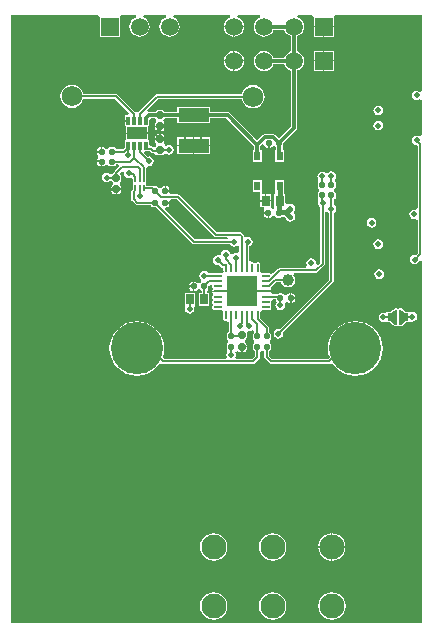
<source format=gtl>
G04*
G04 #@! TF.GenerationSoftware,Altium Limited,Altium Designer,20.0.9 (164)*
G04*
G04 Layer_Physical_Order=1*
G04 Layer_Color=255*
%FSLAX25Y25*%
%MOIN*%
G70*
G01*
G75*
%ADD12C,0.00787*%
%ADD13R,0.10433X0.04724*%
%ADD14R,0.02500X0.02500*%
G04:AMPARAMS|DCode=15|XSize=20.47mil|YSize=22.05mil|CornerRadius=5.12mil|HoleSize=0mil|Usage=FLASHONLY|Rotation=270.000|XOffset=0mil|YOffset=0mil|HoleType=Round|Shape=RoundedRectangle|*
%AMROUNDEDRECTD15*
21,1,0.02047,0.01181,0,0,270.0*
21,1,0.01024,0.02205,0,0,270.0*
1,1,0.01024,-0.00591,-0.00512*
1,1,0.01024,-0.00591,0.00512*
1,1,0.01024,0.00591,0.00512*
1,1,0.01024,0.00591,-0.00512*
%
%ADD15ROUNDEDRECTD15*%
%ADD16C,0.03937*%
G04:AMPARAMS|DCode=17|XSize=25.2mil|YSize=23.62mil|CornerRadius=5.91mil|HoleSize=0mil|Usage=FLASHONLY|Rotation=90.000|XOffset=0mil|YOffset=0mil|HoleType=Round|Shape=RoundedRectangle|*
%AMROUNDEDRECTD17*
21,1,0.02520,0.01181,0,0,90.0*
21,1,0.01339,0.02362,0,0,90.0*
1,1,0.01181,0.00591,0.00669*
1,1,0.01181,0.00591,-0.00669*
1,1,0.01181,-0.00591,-0.00669*
1,1,0.01181,-0.00591,0.00669*
%
%ADD17ROUNDEDRECTD17*%
G04:AMPARAMS|DCode=18|XSize=20.47mil|YSize=22.05mil|CornerRadius=5.12mil|HoleSize=0mil|Usage=FLASHONLY|Rotation=0.000|XOffset=0mil|YOffset=0mil|HoleType=Round|Shape=RoundedRectangle|*
%AMROUNDEDRECTD18*
21,1,0.02047,0.01181,0,0,0.0*
21,1,0.01024,0.02205,0,0,0.0*
1,1,0.01024,0.00512,-0.00591*
1,1,0.01024,-0.00512,-0.00591*
1,1,0.01024,-0.00512,0.00591*
1,1,0.01024,0.00512,0.00591*
%
%ADD18ROUNDEDRECTD18*%
%ADD19R,0.02835X0.03543*%
%ADD20R,0.00669X0.02362*%
%ADD21R,0.06693X0.03937*%
%ADD22R,0.01181X0.02756*%
%ADD23R,0.02165X0.03150*%
%ADD24O,0.02953X0.00787*%
%ADD25O,0.00787X0.02953*%
%ADD26R,0.09843X0.09843*%
%ADD27R,0.02756X0.03347*%
%ADD50C,0.01181*%
%ADD51C,0.01575*%
%ADD52C,0.06890*%
%ADD53C,0.05906*%
%ADD54R,0.05906X0.05906*%
%ADD55C,0.08268*%
%ADD56C,0.17421*%
%ADD57C,0.01968*%
%ADD58C,0.01772*%
%ADD59C,0.02598*%
G36*
X304724Y278915D02*
X304703Y278895D01*
X303937Y278566D01*
X303666Y278747D01*
X303051Y278869D01*
X302437Y278747D01*
X301916Y278399D01*
X301568Y277878D01*
X301446Y277264D01*
X301568Y276649D01*
X301916Y276128D01*
X302437Y275780D01*
X303051Y275658D01*
X303666Y275780D01*
X303937Y275962D01*
X304703Y275633D01*
X304724Y275613D01*
Y263954D01*
X304703Y263934D01*
X303937Y263605D01*
X303666Y263787D01*
X303051Y263909D01*
X302437Y263787D01*
X301916Y263439D01*
X301568Y262918D01*
X301446Y262303D01*
X301568Y261689D01*
X301916Y261168D01*
X302437Y260820D01*
X303051Y260698D01*
X303423Y260392D01*
Y239763D01*
X303274Y239603D01*
X302636Y239229D01*
X302264Y239302D01*
X301649Y239180D01*
X301128Y238832D01*
X300780Y238311D01*
X300658Y237697D01*
X300780Y237082D01*
X301128Y236561D01*
X301649Y236213D01*
X302264Y236091D01*
X302636Y236165D01*
X303274Y235790D01*
X303423Y235630D01*
Y224737D01*
X302784Y224098D01*
X302400Y224174D01*
X301785Y224052D01*
X301264Y223704D01*
X300916Y223183D01*
X300794Y222569D01*
X300916Y221954D01*
X301264Y221433D01*
X301785Y221085D01*
X302400Y220963D01*
X303014Y221085D01*
X303535Y221433D01*
X303883Y221954D01*
X303937Y222226D01*
X304724Y222148D01*
Y101476D01*
X167717D01*
Y304134D01*
X196885D01*
X197376Y303550D01*
X197376Y303346D01*
Y296844D01*
X204081D01*
Y303346D01*
X204081Y303550D01*
X204572Y304134D01*
X209414D01*
X209571Y303346D01*
X209037Y303126D01*
X208337Y302588D01*
X207800Y301888D01*
X207462Y301072D01*
X207347Y300197D01*
X207462Y299322D01*
X207800Y298506D01*
X208337Y297806D01*
X209037Y297268D01*
X209853Y296930D01*
X210728Y296815D01*
X211604Y296930D01*
X212419Y297268D01*
X213120Y297806D01*
X213657Y298506D01*
X213995Y299322D01*
X214110Y300197D01*
X213995Y301072D01*
X213657Y301888D01*
X213120Y302588D01*
X212419Y303126D01*
X211886Y303346D01*
X212042Y304134D01*
X219414D01*
X219571Y303346D01*
X219038Y303126D01*
X218337Y302588D01*
X217800Y301888D01*
X217462Y301072D01*
X217347Y300197D01*
X217462Y299322D01*
X217800Y298506D01*
X218337Y297806D01*
X219038Y297268D01*
X219853Y296930D01*
X220728Y296815D01*
X221604Y296930D01*
X222419Y297268D01*
X223119Y297806D01*
X223657Y298506D01*
X223995Y299322D01*
X224110Y300197D01*
X223995Y301072D01*
X223657Y301888D01*
X223119Y302588D01*
X222419Y303126D01*
X221886Y303346D01*
X222042Y304134D01*
X240812D01*
X240969Y303346D01*
X240435Y303126D01*
X239735Y302588D01*
X239197Y301888D01*
X238860Y301072D01*
X238771Y300397D01*
X242126D01*
X245481D01*
X245392Y301072D01*
X245055Y301888D01*
X244517Y302588D01*
X243817Y303126D01*
X243283Y303346D01*
X243440Y304134D01*
X250812D01*
X250969Y303346D01*
X250435Y303126D01*
X249735Y302588D01*
X249197Y301888D01*
X248860Y301072D01*
X248744Y300197D01*
X248860Y299322D01*
X249197Y298506D01*
X249735Y297806D01*
X250435Y297268D01*
X251251Y296930D01*
X252126Y296815D01*
X253001Y296930D01*
X253817Y297268D01*
X254517Y297806D01*
X255055Y298506D01*
X255337Y299187D01*
X258915D01*
X259197Y298506D01*
X259735Y297806D01*
X260435Y297268D01*
X261251Y296930D01*
X261303Y296923D01*
Y292053D01*
X261251Y292046D01*
X260435Y291708D01*
X259735Y291171D01*
X259197Y290470D01*
X258915Y289790D01*
X255337D01*
X255055Y290470D01*
X254517Y291171D01*
X253817Y291708D01*
X253001Y292046D01*
X252126Y292161D01*
X251251Y292046D01*
X250435Y291708D01*
X249735Y291171D01*
X249197Y290470D01*
X248860Y289655D01*
X248744Y288779D01*
X248860Y287904D01*
X249197Y287089D01*
X249735Y286388D01*
X250435Y285851D01*
X251251Y285513D01*
X252126Y285398D01*
X253001Y285513D01*
X253817Y285851D01*
X254517Y286388D01*
X255055Y287089D01*
X255337Y287770D01*
X258915D01*
X259197Y287089D01*
X259735Y286388D01*
X260435Y285851D01*
X261251Y285513D01*
X261254Y285513D01*
Y266934D01*
X257257Y262938D01*
X257231D01*
X255944Y264224D01*
X255616Y264443D01*
X255230Y264520D01*
X252645D01*
X252259Y264443D01*
X251931Y264224D01*
X250000Y262293D01*
X240811Y271482D01*
X240484Y271701D01*
X240097Y271778D01*
X234357D01*
Y273530D01*
X223124D01*
Y271778D01*
X218958D01*
X218945Y271843D01*
X218726Y272171D01*
X218398Y272390D01*
X218012Y272467D01*
X216831D01*
X216444Y272390D01*
X216117Y272171D01*
X215898Y271843D01*
X215889Y271797D01*
X213996D01*
X213775Y271753D01*
X213359Y272293D01*
X213311Y272403D01*
X216969Y276061D01*
X244752D01*
X244778Y275866D01*
X245165Y274931D01*
X245781Y274128D01*
X246585Y273512D01*
X247520Y273124D01*
X248524Y272992D01*
X249527Y273124D01*
X250463Y273512D01*
X251266Y274128D01*
X251882Y274931D01*
X252270Y275866D01*
X252402Y276870D01*
X252270Y277874D01*
X251882Y278809D01*
X251266Y279612D01*
X250463Y280229D01*
X249527Y280616D01*
X248524Y280748D01*
X247520Y280616D01*
X246585Y280229D01*
X245781Y279612D01*
X245165Y278809D01*
X244778Y277874D01*
X244752Y277679D01*
X216634D01*
X216634Y277679D01*
X216324Y277618D01*
X216062Y277442D01*
X216062Y277442D01*
X210255Y271635D01*
X210251Y271630D01*
X209466Y271574D01*
X209456Y271576D01*
X209361Y271607D01*
X203427Y277541D01*
X203164Y277716D01*
X202854Y277778D01*
X202854Y277778D01*
X191961D01*
X191935Y277972D01*
X191548Y278907D01*
X190931Y279711D01*
X190128Y280327D01*
X189193Y280714D01*
X188189Y280847D01*
X187185Y280714D01*
X186250Y280327D01*
X185447Y279711D01*
X184830Y278907D01*
X184443Y277972D01*
X184311Y276969D01*
X184443Y275965D01*
X184830Y275029D01*
X185447Y274226D01*
X186250Y273610D01*
X187185Y273223D01*
X188189Y273090D01*
X189193Y273223D01*
X190128Y273610D01*
X190931Y274226D01*
X191548Y275029D01*
X191935Y275965D01*
X191961Y276159D01*
X202519D01*
X207314Y271365D01*
X206988Y270577D01*
X205899D01*
Y268999D01*
X206890D01*
Y268599D01*
X205899D01*
Y267021D01*
X206096D01*
Y264865D01*
X213589D01*
Y267021D01*
X213786D01*
Y268702D01*
X213805Y268799D01*
Y269168D01*
X214414Y269777D01*
X215889D01*
X215898Y269732D01*
X216117Y269404D01*
X216220Y269335D01*
X216252Y269232D01*
Y268564D01*
X216220Y268460D01*
X216117Y268391D01*
X215898Y268064D01*
X215821Y267677D01*
Y267208D01*
X217421D01*
X219022D01*
Y267677D01*
X218945Y268064D01*
X218726Y268391D01*
X218658Y269195D01*
X219160Y269758D01*
X223124D01*
Y268005D01*
X234357D01*
Y269758D01*
X239679D01*
X248990Y260447D01*
Y258963D01*
X248517D01*
Y255013D01*
X251483D01*
Y258963D01*
X251010D01*
Y260447D01*
X251647Y261084D01*
X252365Y260688D01*
X252409Y260471D01*
X252610Y260169D01*
X252912Y259968D01*
X253268Y259897D01*
X253579D01*
Y261417D01*
X253979D01*
Y259897D01*
X254291D01*
X254647Y259968D01*
X254949Y260169D01*
X255089Y260379D01*
X255512Y260429D01*
X255935Y260379D01*
X256075Y260169D01*
X256352Y259984D01*
Y258963D01*
X255998D01*
Y255013D01*
X258963D01*
Y258963D01*
X258372D01*
Y260142D01*
X258413Y260169D01*
X258615Y260471D01*
X258686Y260827D01*
Y261509D01*
X262978Y265802D01*
X263197Y266129D01*
X263274Y266516D01*
Y285626D01*
X263817Y285851D01*
X264517Y286388D01*
X265055Y287089D01*
X265392Y287904D01*
X265508Y288779D01*
X265392Y289655D01*
X265055Y290470D01*
X264517Y291171D01*
X263817Y291708D01*
X263323Y291913D01*
Y297064D01*
X263817Y297268D01*
X264517Y297806D01*
X265055Y298506D01*
X265392Y299322D01*
X265508Y300197D01*
X265392Y301072D01*
X265055Y301888D01*
X264517Y302588D01*
X263817Y303126D01*
X263283Y303346D01*
X263440Y304134D01*
X268283D01*
X268773Y303550D01*
X268773Y303346D01*
Y300397D01*
X272126D01*
X275479D01*
Y303346D01*
X275479Y303550D01*
X275969Y304134D01*
X304724D01*
Y278915D01*
D02*
G37*
%LPC*%
G36*
X275479Y299997D02*
X272326D01*
Y296844D01*
X275479D01*
Y299997D01*
D02*
G37*
G36*
X271926D02*
X268773D01*
Y296844D01*
X271926D01*
Y299997D01*
D02*
G37*
G36*
X245481D02*
X242326D01*
Y296842D01*
X243001Y296930D01*
X243817Y297268D01*
X244517Y297806D01*
X245055Y298506D01*
X245392Y299322D01*
X245481Y299997D01*
D02*
G37*
G36*
X241926D02*
X238771D01*
X238860Y299322D01*
X239197Y298506D01*
X239735Y297806D01*
X240435Y297268D01*
X241251Y296930D01*
X241926Y296842D01*
Y299997D01*
D02*
G37*
G36*
X242326Y292135D02*
Y288980D01*
X245481D01*
X245392Y289655D01*
X245055Y290470D01*
X244517Y291171D01*
X243817Y291708D01*
X243001Y292046D01*
X242326Y292135D01*
D02*
G37*
G36*
X275479Y292132D02*
X272326D01*
Y288980D01*
X275479D01*
Y292132D01*
D02*
G37*
G36*
X271926D02*
X268773D01*
Y288980D01*
X271926D01*
Y292132D01*
D02*
G37*
G36*
X241926Y292135D02*
X241251Y292046D01*
X240435Y291708D01*
X239735Y291171D01*
X239197Y290470D01*
X238860Y289655D01*
X238771Y288980D01*
X241926D01*
Y292135D01*
D02*
G37*
G36*
X275479Y288580D02*
X272326D01*
Y285427D01*
X275479D01*
Y288580D01*
D02*
G37*
G36*
X271926D02*
X268773D01*
Y285427D01*
X271926D01*
Y288580D01*
D02*
G37*
G36*
X245481D02*
X242326D01*
Y285424D01*
X243001Y285513D01*
X243817Y285851D01*
X244517Y286388D01*
X245055Y287089D01*
X245392Y287904D01*
X245481Y288580D01*
D02*
G37*
G36*
X241926D02*
X238771D01*
X238860Y287904D01*
X239197Y287089D01*
X239735Y286388D01*
X240435Y285851D01*
X241251Y285513D01*
X241926Y285424D01*
Y288580D01*
D02*
G37*
G36*
X290256Y273850D02*
X289641Y273727D01*
X289121Y273379D01*
X288773Y272859D01*
X288650Y272244D01*
X288773Y271630D01*
X289121Y271109D01*
X289641Y270761D01*
X290256Y270638D01*
X290870Y270761D01*
X291391Y271109D01*
X291739Y271630D01*
X291862Y272244D01*
X291739Y272859D01*
X291391Y273379D01*
X290870Y273727D01*
X290256Y273850D01*
D02*
G37*
G36*
Y268830D02*
X289641Y268708D01*
X289121Y268360D01*
X288773Y267839D01*
X288650Y267224D01*
X288773Y266610D01*
X289121Y266089D01*
X289641Y265741D01*
X290256Y265619D01*
X290870Y265741D01*
X291391Y266089D01*
X291739Y266610D01*
X291862Y267224D01*
X291739Y267839D01*
X291391Y268360D01*
X290870Y268708D01*
X290256Y268830D01*
D02*
G37*
G36*
X219022Y266808D02*
X217621D01*
Y265329D01*
X218012D01*
X218398Y265406D01*
X218726Y265624D01*
X218945Y265952D01*
X219022Y266339D01*
Y266808D01*
D02*
G37*
G36*
X217221D02*
X215821D01*
Y266339D01*
X215898Y265952D01*
X216117Y265624D01*
X216444Y265406D01*
X216831Y265329D01*
X217221D01*
Y266808D01*
D02*
G37*
G36*
X218012Y264396D02*
X217621D01*
Y262916D01*
X219022D01*
Y263386D01*
X218945Y263772D01*
X218726Y264100D01*
X218398Y264319D01*
X218012Y264396D01*
D02*
G37*
G36*
X217221D02*
X216831D01*
X216444Y264319D01*
X216117Y264100D01*
X215898Y263772D01*
X215821Y263386D01*
Y262916D01*
X217221D01*
Y264396D01*
D02*
G37*
G36*
X234357Y263294D02*
X228940D01*
Y260732D01*
X234357D01*
Y263294D01*
D02*
G37*
G36*
X228540D02*
X223124D01*
Y260732D01*
X228540D01*
Y263294D01*
D02*
G37*
G36*
X213589Y264465D02*
X206096D01*
Y262309D01*
X205899D01*
Y259898D01*
X205275Y259274D01*
X202933D01*
X202906Y259411D01*
X202705Y259713D01*
X202403Y259914D01*
X202047Y259985D01*
X201024D01*
X200668Y259914D01*
X200366Y259713D01*
X200226Y259503D01*
X199803Y259453D01*
X199380Y259503D01*
X199240Y259713D01*
X198938Y259914D01*
X198583Y259985D01*
X198271D01*
Y258465D01*
X198071D01*
Y258265D01*
X196629D01*
Y257874D01*
X196700Y257518D01*
X196824Y257332D01*
X196902Y257196D01*
Y256485D01*
X196824Y256349D01*
X196700Y256163D01*
X196629Y255807D01*
Y255416D01*
X198071D01*
Y255217D01*
X198271D01*
Y253696D01*
X198583D01*
X198938Y253767D01*
X199240Y253969D01*
X199380Y254178D01*
X199803Y254228D01*
X200226Y254178D01*
X200366Y253969D01*
X200668Y253767D01*
X201024Y253696D01*
X202047D01*
X202403Y253767D01*
X202705Y253969D01*
X202906Y254270D01*
X202933Y254407D01*
X203668D01*
X203952Y253620D01*
X202380Y252049D01*
X202205Y251786D01*
X202144Y251476D01*
X201976Y251425D01*
X201648Y251206D01*
X201264Y251126D01*
X200749Y251109D01*
X200716Y251120D01*
X200319Y251385D01*
X199705Y251507D01*
X199090Y251385D01*
X198569Y251037D01*
X198221Y250516D01*
X198099Y249902D01*
X198221Y249287D01*
X198569Y248766D01*
X199090Y248418D01*
X199705Y248296D01*
X200319Y248418D01*
X200652Y248640D01*
X200795Y248663D01*
X201371Y248581D01*
X201608Y248499D01*
X201648Y248439D01*
X201751Y248371D01*
X201783Y248267D01*
Y247599D01*
X201751Y247496D01*
X201648Y247427D01*
X201429Y247099D01*
X201352Y246713D01*
Y246243D01*
X202953D01*
X204553D01*
Y246713D01*
X204476Y247099D01*
X204257Y247427D01*
X204154Y247496D01*
X204122Y247599D01*
Y248267D01*
X204154Y248371D01*
X204257Y248439D01*
X204476Y248767D01*
X204553Y249153D01*
Y250492D01*
X204476Y250879D01*
X204257Y251206D01*
X204248Y251299D01*
X204888Y251889D01*
X205492Y251758D01*
X205555Y251651D01*
X205481Y251279D01*
X205603Y250665D01*
X205951Y250144D01*
X206472Y249796D01*
X207087Y249674D01*
X207701Y249796D01*
X207754Y249831D01*
X208310Y249603D01*
X208558Y249422D01*
X208603Y249198D01*
X208616Y249179D01*
Y246687D01*
X208603Y246668D01*
X208541Y246358D01*
Y245965D01*
X208188Y245612D01*
X208012Y245349D01*
X207951Y245039D01*
X207951Y245039D01*
Y242787D01*
X207951Y242787D01*
X208012Y242477D01*
X208188Y242215D01*
X209439Y240963D01*
X209439Y240963D01*
X209702Y240788D01*
X210011Y240726D01*
X214389D01*
X214417Y240589D01*
X214618Y240287D01*
X214920Y240086D01*
X215276Y240015D01*
X216163D01*
X228316Y227862D01*
X228316Y227862D01*
X228578Y227687D01*
X228888Y227625D01*
X240881D01*
X241099Y227299D01*
X241620Y226951D01*
X242235Y226829D01*
X242849Y226951D01*
X243187Y227177D01*
X243817Y226951D01*
X243974Y226828D01*
Y225196D01*
X243825Y225037D01*
X243187Y224662D01*
X242815Y224736D01*
X242200Y224613D01*
X241735Y224303D01*
X241394Y224365D01*
X240912Y224534D01*
X240854Y224827D01*
X240506Y225348D01*
X239984Y225696D01*
X239370Y225818D01*
X238756Y225696D01*
X238235Y225348D01*
X237887Y224827D01*
X237811Y224449D01*
X237556Y224120D01*
X237027Y223886D01*
X236713Y223948D01*
X236098Y223826D01*
X235577Y223478D01*
X235229Y222957D01*
X235107Y222342D01*
X235229Y221728D01*
X235577Y221207D01*
X236098Y220859D01*
X236713Y220737D01*
X237097Y220813D01*
X237881Y220029D01*
X237881Y220029D01*
X238144Y219854D01*
X238453Y219793D01*
X238659D01*
Y218799D01*
X238702Y218586D01*
X238435Y218258D01*
X238107Y217991D01*
X237894Y218034D01*
X233571D01*
X233419Y218261D01*
X232898Y218609D01*
X232283Y218732D01*
X231669Y218609D01*
X231148Y218261D01*
X230800Y217740D01*
X230678Y217126D01*
X230800Y216512D01*
X231148Y215991D01*
X231304Y215886D01*
X231332Y215601D01*
X231223Y214994D01*
X231079Y214897D01*
X230939Y214688D01*
X230516Y214638D01*
X230093Y214688D01*
X229953Y214897D01*
X229651Y215099D01*
X229296Y215170D01*
X228984D01*
Y213649D01*
Y212129D01*
X229296D01*
X229651Y212200D01*
X229953Y212402D01*
X230093Y212611D01*
X230516Y212661D01*
X230939Y212611D01*
X231079Y212402D01*
X231381Y212200D01*
X231439Y212188D01*
Y211338D01*
X230474D01*
Y207191D01*
X234030D01*
Y211338D01*
X233058D01*
Y212188D01*
X233116Y212200D01*
X233418Y212402D01*
X233619Y212703D01*
X233690Y213059D01*
Y213687D01*
X234413Y214179D01*
X234844Y214066D01*
X234954Y213856D01*
X234919Y213681D01*
X234919Y213681D01*
X234981Y213371D01*
X235102Y212795D01*
X234981Y212219D01*
X234959Y212109D01*
X236811D01*
Y211709D01*
X234959D01*
X234981Y211600D01*
X235016Y211547D01*
X235069Y211460D01*
X235120Y211024D01*
X235069Y210587D01*
X235016Y210500D01*
X234981Y210448D01*
X234919Y210138D01*
X234981Y209828D01*
X235016Y209775D01*
X235156Y209545D01*
Y208959D01*
X235016Y208729D01*
X234981Y208676D01*
X234919Y208366D01*
X234981Y208056D01*
X235016Y208004D01*
X235156Y207773D01*
Y207187D01*
X235016Y206957D01*
X234981Y206904D01*
X234919Y206594D01*
X234981Y206285D01*
X235156Y206022D01*
X235419Y205847D01*
X235728Y205785D01*
X237894D01*
X238107Y205828D01*
X238435Y205561D01*
X238702Y205233D01*
X238659Y205020D01*
Y202854D01*
X238721Y202545D01*
X238896Y202282D01*
X239159Y202107D01*
X239469Y202045D01*
X239644Y202080D01*
X240153Y201813D01*
X240431Y201596D01*
Y198406D01*
X240294Y198379D01*
X239992Y198177D01*
X239791Y197875D01*
X239720Y197520D01*
Y196496D01*
X239791Y196140D01*
X239992Y195839D01*
X240202Y195699D01*
X240251Y195276D01*
X240202Y194853D01*
X239992Y194712D01*
X239791Y194411D01*
X239720Y194055D01*
Y193032D01*
X239791Y192676D01*
X239992Y192374D01*
X239814Y191546D01*
X239757Y191461D01*
X239634Y190847D01*
X239757Y190232D01*
X239792Y190179D01*
X239371Y189392D01*
X219009D01*
X218461Y189940D01*
X218821Y191127D01*
X218997Y192913D01*
X218821Y194699D01*
X218300Y196417D01*
X217454Y198000D01*
X216316Y199387D01*
X214929Y200525D01*
X213346Y201371D01*
X211629Y201892D01*
X209842Y202068D01*
X208056Y201892D01*
X206339Y201371D01*
X204756Y200525D01*
X203369Y199387D01*
X202231Y198000D01*
X201385Y196417D01*
X200864Y194699D01*
X200688Y192913D01*
X200864Y191127D01*
X201385Y189410D01*
X202231Y187827D01*
X203369Y186440D01*
X204756Y185301D01*
X206339Y184456D01*
X208056Y183935D01*
X209842Y183759D01*
X211629Y183935D01*
X213346Y184456D01*
X214929Y185301D01*
X216316Y186440D01*
X217327Y187672D01*
X217691Y187831D01*
X218355Y187842D01*
X218365Y187835D01*
X218674Y187773D01*
X248524D01*
X248524Y187773D01*
X248833Y187835D01*
X249096Y188010D01*
X250572Y189487D01*
X250572Y189487D01*
X250748Y189749D01*
X250809Y190059D01*
X250809Y190059D01*
Y191768D01*
X251502Y192374D01*
X251803D01*
X252105Y192173D01*
X252242Y192145D01*
Y190157D01*
X252242Y190157D01*
X252304Y189848D01*
X252479Y189585D01*
X254054Y188011D01*
X254054Y188010D01*
X254316Y187835D01*
X254626Y187773D01*
X273845D01*
X273845Y187773D01*
X274155Y187835D01*
X274165Y187842D01*
X274829Y187831D01*
X275193Y187672D01*
X276204Y186440D01*
X277591Y185301D01*
X279174Y184456D01*
X280891Y183935D01*
X282677Y183759D01*
X284463Y183935D01*
X286180Y184456D01*
X287763Y185301D01*
X289151Y186440D01*
X290289Y187827D01*
X291135Y189410D01*
X291656Y191127D01*
X291832Y192913D01*
X291656Y194699D01*
X291135Y196417D01*
X290289Y198000D01*
X289151Y199387D01*
X287763Y200525D01*
X286180Y201371D01*
X284463Y201892D01*
X282677Y202068D01*
X280891Y201892D01*
X279174Y201371D01*
X277591Y200525D01*
X276204Y199387D01*
X275065Y198000D01*
X274219Y196417D01*
X273698Y194699D01*
X273522Y192913D01*
X273698Y191127D01*
X274059Y189940D01*
X273510Y189392D01*
X254961D01*
X253860Y190493D01*
Y192145D01*
X253997Y192173D01*
X254299Y192374D01*
X254501Y192676D01*
X254571Y193032D01*
Y194055D01*
X254501Y194411D01*
X254299Y194712D01*
X254089Y194853D01*
X254040Y195276D01*
X254089Y195699D01*
X254299Y195839D01*
X254501Y196140D01*
X254571Y196496D01*
Y197520D01*
X254501Y197875D01*
X254299Y198177D01*
X253997Y198379D01*
X253860Y198406D01*
Y199901D01*
X253860Y199902D01*
X253799Y200211D01*
X253623Y200474D01*
X250908Y203189D01*
Y205020D01*
X250865Y205233D01*
X251132Y205561D01*
X251460Y205828D01*
X251673Y205785D01*
X253839D01*
X254148Y205847D01*
X254411Y206022D01*
X254586Y206285D01*
X254648Y206594D01*
X254586Y206904D01*
X254551Y206957D01*
X254411Y207187D01*
Y207773D01*
X254551Y208004D01*
X254586Y208056D01*
X254648Y208366D01*
X254613Y208541D01*
X254880Y209051D01*
X255097Y209329D01*
X256177D01*
Y209154D01*
X256247Y208798D01*
X256449Y208496D01*
X256095Y207898D01*
X255973Y207283D01*
X256095Y206669D01*
X256443Y206148D01*
X256964Y205800D01*
X257579Y205678D01*
X258193Y205800D01*
X258714Y206148D01*
X259062Y206669D01*
X259184Y207283D01*
X259062Y207898D01*
X259049Y207927D01*
X259154Y208216D01*
X259630Y208392D01*
X259956Y208468D01*
X260215Y208295D01*
X260571Y208224D01*
X260883D01*
Y209744D01*
Y211264D01*
X260571D01*
X260215Y211193D01*
X259913Y210992D01*
X259773Y210782D01*
X259350Y210733D01*
X258927Y210782D01*
X258787Y210992D01*
X258486Y211193D01*
X258130Y211264D01*
X257106D01*
X256750Y211193D01*
X256449Y210992D01*
X256419Y210947D01*
X255097D01*
X254880Y211225D01*
X254626Y211709D01*
X252756D01*
Y212109D01*
X254608D01*
X254586Y212219D01*
X254551Y212272D01*
X254493Y212366D01*
X254458Y212684D01*
X254603Y213301D01*
X256241Y214939D01*
X257982D01*
X258005Y214824D01*
X258529Y214040D01*
X259312Y213517D01*
X260236Y213333D01*
X261160Y213517D01*
X261944Y214040D01*
X262467Y214824D01*
X262651Y215748D01*
X262467Y216672D01*
X261981Y217399D01*
X262046Y217688D01*
X262267Y218187D01*
X269488D01*
X269488Y218187D01*
X269798Y218248D01*
X270060Y218424D01*
X272291Y220655D01*
X272291Y220655D01*
X272467Y220917D01*
X272528Y221227D01*
X272528Y221227D01*
Y238399D01*
X273316Y238634D01*
X273532Y238310D01*
X273858Y238092D01*
Y215849D01*
X257373Y199364D01*
X256988Y199440D01*
X256374Y199318D01*
X255853Y198970D01*
X255505Y198449D01*
X255382Y197835D01*
X255505Y197220D01*
X255853Y196699D01*
X256374Y196351D01*
X256988Y196229D01*
X257603Y196351D01*
X258124Y196699D01*
X258472Y197220D01*
X258594Y197835D01*
X258517Y198219D01*
X275240Y214942D01*
X275240Y214942D01*
X275415Y215204D01*
X275477Y215514D01*
Y238092D01*
X275803Y238310D01*
X276151Y238831D01*
X276273Y239446D01*
X276151Y240060D01*
X275803Y240581D01*
X275477Y240799D01*
Y242610D01*
X275553Y242625D01*
X275854Y242827D01*
X276056Y243128D01*
X276127Y243484D01*
Y244508D01*
X276056Y244864D01*
X275854Y245165D01*
X275644Y245305D01*
X275595Y245728D01*
X275644Y246151D01*
X275854Y246291D01*
X276056Y246593D01*
X276127Y246949D01*
Y247972D01*
X276056Y248328D01*
X275854Y248630D01*
X275928Y249498D01*
X276090Y249740D01*
X276212Y250354D01*
X276090Y250969D01*
X275742Y251490D01*
X275221Y251838D01*
X274606Y251960D01*
X273992Y251838D01*
X273471Y251490D01*
X272723Y251398D01*
X272202Y251746D01*
X271588Y251869D01*
X270973Y251746D01*
X270452Y251398D01*
X270104Y250877D01*
X269982Y250263D01*
X270104Y249648D01*
X270208Y249494D01*
X270340Y248637D01*
X270138Y248335D01*
X270068Y247979D01*
Y246956D01*
X270138Y246600D01*
X270340Y246298D01*
X270550Y246158D01*
X270599Y245735D01*
X270550Y245312D01*
X270340Y245172D01*
X270138Y244871D01*
X270068Y244515D01*
Y243491D01*
X270138Y243135D01*
X270340Y242834D01*
X270235Y242147D01*
X270113Y241532D01*
X270235Y240918D01*
X270584Y240397D01*
X270910Y240179D01*
Y221562D01*
X270227Y220879D01*
X269501Y221267D01*
X269519Y221358D01*
X269397Y221973D01*
X269049Y222494D01*
X268528Y222842D01*
X267913Y222964D01*
X267299Y222842D01*
X266778Y222494D01*
X266430Y221973D01*
X266308Y221358D01*
X266430Y220744D01*
X266531Y220593D01*
X266110Y219805D01*
X257382D01*
X257382Y219805D01*
X257072Y219744D01*
X256810Y219568D01*
X256810Y219568D01*
X255230Y217988D01*
X254411Y217797D01*
X254148Y217972D01*
X253839Y218034D01*
X251673D01*
X251460Y217991D01*
X251132Y218258D01*
X250865Y218586D01*
X250908Y218799D01*
Y220965D01*
X250846Y221274D01*
X250671Y221537D01*
X250408Y221712D01*
X250098Y221774D01*
X249789Y221712D01*
X249736Y221677D01*
X249506Y221537D01*
X248920D01*
X248689Y221677D01*
X248637Y221712D01*
X248327Y221774D01*
X248152Y221739D01*
X247642Y222006D01*
X247364Y222223D01*
Y226928D01*
X247479Y226951D01*
X248000Y227299D01*
X248348Y227820D01*
X248470Y228435D01*
X248348Y229049D01*
X248000Y229570D01*
X247479Y229918D01*
X246865Y230040D01*
X246380Y229944D01*
X245907Y230183D01*
X245593Y230426D01*
Y230444D01*
X245593Y230444D01*
X245531Y230754D01*
X245356Y231016D01*
X245356Y231016D01*
X244895Y231478D01*
X244632Y231653D01*
X244322Y231715D01*
X244322Y231715D01*
X236457D01*
X224168Y244004D01*
X223906Y244179D01*
X223596Y244241D01*
X223596Y244241D01*
X221307D01*
X220693Y244882D01*
Y245272D01*
X219252D01*
Y245472D01*
X219052D01*
Y246993D01*
X218740D01*
X218384Y246922D01*
X218083Y246720D01*
X217943Y246511D01*
X217520Y246461D01*
X217097Y246511D01*
X216957Y246720D01*
X216655Y246922D01*
X216299Y246993D01*
X215396D01*
X215226Y247106D01*
X214916Y247167D01*
X214916Y247167D01*
X212841D01*
Y249179D01*
X212854Y249198D01*
X212915Y249508D01*
Y253123D01*
X213333Y253564D01*
X213626Y253736D01*
X213635Y253738D01*
X213779Y253709D01*
X214394Y253832D01*
X214915Y254180D01*
X215263Y254700D01*
X215385Y255315D01*
X215263Y255929D01*
X214915Y256450D01*
X214394Y256798D01*
X213779Y256921D01*
X213395Y256844D01*
X212273Y257966D01*
X212599Y258753D01*
X212914D01*
X212992Y258738D01*
X212992Y258738D01*
X214114D01*
X214664Y258188D01*
X214664Y258188D01*
X214927Y258012D01*
X215236Y257951D01*
X215898Y257881D01*
X216117Y257554D01*
X216444Y257335D01*
X216831Y257258D01*
X218012D01*
X218398Y257335D01*
X218726Y257554D01*
X218728Y257557D01*
X218808Y257614D01*
X219594Y257785D01*
X219725Y257766D01*
X219884Y257659D01*
X220499Y257537D01*
X221113Y257659D01*
X221634Y258007D01*
X221982Y258528D01*
X222105Y259143D01*
X221982Y259757D01*
X221634Y260278D01*
X221113Y260626D01*
X220499Y260748D01*
X219884Y260626D01*
X219597Y260434D01*
X219340Y260401D01*
X219089Y260629D01*
X218726Y261333D01*
X218945Y261661D01*
X219022Y262047D01*
Y262516D01*
X217421D01*
X215821D01*
Y262047D01*
X215898Y261661D01*
X216117Y261333D01*
X216220Y261264D01*
X216252Y261161D01*
Y260493D01*
X216220Y260389D01*
X216117Y260320D01*
X216043Y260211D01*
X215311Y260026D01*
X215104Y260037D01*
X215021Y260120D01*
X214758Y260295D01*
X214449Y260356D01*
X213786Y260752D01*
Y262309D01*
X213589D01*
Y264465D01*
D02*
G37*
G36*
X197871Y259985D02*
X197559D01*
X197203Y259914D01*
X196902Y259713D01*
X196700Y259411D01*
X196629Y259055D01*
Y258665D01*
X197871D01*
Y259985D01*
D02*
G37*
G36*
X234357Y260332D02*
X228940D01*
Y257769D01*
X234357D01*
Y260332D01*
D02*
G37*
G36*
X228540D02*
X223124D01*
Y257769D01*
X228540D01*
Y260332D01*
D02*
G37*
G36*
X197871Y255016D02*
X196629D01*
Y254626D01*
X196700Y254270D01*
X196902Y253969D01*
X197203Y253767D01*
X197559Y253696D01*
X197871D01*
Y255016D01*
D02*
G37*
G36*
X219764Y246993D02*
X219452D01*
Y245672D01*
X220693D01*
Y246063D01*
X220623Y246419D01*
X220421Y246720D01*
X220120Y246922D01*
X219764Y246993D01*
D02*
G37*
G36*
X258963Y249120D02*
X255998D01*
Y245171D01*
X255998D01*
X255967Y244396D01*
X255663D01*
Y240053D01*
X255663Y240053D01*
X255696Y239897D01*
X255544Y239570D01*
X255375Y239517D01*
X254640Y239786D01*
X254573Y240053D01*
X254573Y240318D01*
Y242024D01*
X252756D01*
X250939D01*
Y240053D01*
X252065D01*
X252280Y239611D01*
X252365Y239265D01*
X252212Y239037D01*
X252141Y238681D01*
Y238291D01*
X253583D01*
Y238091D01*
X253783D01*
Y236570D01*
X254095D01*
X254450Y236641D01*
X254752Y236843D01*
X254892Y237052D01*
X255315Y237102D01*
X255738Y237052D01*
X255878Y236843D01*
X256180Y236641D01*
X256535Y236570D01*
X257559D01*
X257915Y236641D01*
X258216Y236843D01*
X259091Y236909D01*
X259127Y236897D01*
X259346Y236678D01*
X259442Y236197D01*
X259790Y235676D01*
X260311Y235328D01*
X260925Y235205D01*
X261540Y235328D01*
X262061Y235676D01*
X262409Y236197D01*
X262531Y236811D01*
X262409Y237425D01*
X262061Y237946D01*
Y238432D01*
X262409Y238952D01*
X262531Y239567D01*
X262409Y240181D01*
X262061Y240702D01*
X261540Y241050D01*
X260925Y241173D01*
X260311Y241050D01*
X260085Y240899D01*
X259298Y241275D01*
Y244396D01*
X258993D01*
X258963Y245171D01*
X258963D01*
Y249120D01*
D02*
G37*
G36*
X204553Y245843D02*
X203153D01*
Y244364D01*
X203543D01*
X203930Y244441D01*
X204257Y244660D01*
X204476Y244988D01*
X204553Y245374D01*
Y245843D01*
D02*
G37*
G36*
X202753D02*
X201352D01*
Y245374D01*
X201429Y244988D01*
X201648Y244660D01*
X201976Y244441D01*
X202362Y244364D01*
X202753D01*
Y245843D01*
D02*
G37*
G36*
X252956Y244396D02*
Y242424D01*
X254573D01*
Y244396D01*
X252956D01*
D02*
G37*
G36*
X251483Y249120D02*
X248517D01*
Y245171D01*
X250695D01*
X250908Y245171D01*
X250939Y244396D01*
X250939Y244384D01*
Y243904D01*
X250939Y243882D01*
Y242424D01*
X252556D01*
Y244396D01*
X251726D01*
X251513Y244396D01*
X251483Y245171D01*
X251483Y245183D01*
Y245662D01*
X251483Y245685D01*
Y249120D01*
D02*
G37*
G36*
X253383Y237891D02*
X252141D01*
Y237500D01*
X252212Y237144D01*
X252414Y236843D01*
X252715Y236641D01*
X253071Y236570D01*
X253383D01*
Y237891D01*
D02*
G37*
G36*
X288090Y236448D02*
X287476Y236326D01*
X286955Y235978D01*
X286607Y235457D01*
X286485Y234842D01*
X286607Y234228D01*
X286955Y233707D01*
X287476Y233359D01*
X288090Y233237D01*
X288705Y233359D01*
X289226Y233707D01*
X289574Y234228D01*
X289696Y234842D01*
X289574Y235457D01*
X289226Y235978D01*
X288705Y236326D01*
X288090Y236448D01*
D02*
G37*
G36*
X290256Y229264D02*
X289641Y229142D01*
X289121Y228794D01*
X288773Y228273D01*
X288650Y227659D01*
X288773Y227044D01*
X289121Y226523D01*
X289641Y226175D01*
X290256Y226053D01*
X290870Y226175D01*
X291391Y226523D01*
X291739Y227044D01*
X291862Y227659D01*
X291739Y228273D01*
X291391Y228794D01*
X290870Y229142D01*
X290256Y229264D01*
D02*
G37*
G36*
X290592Y219308D02*
X289977Y219185D01*
X289456Y218837D01*
X289108Y218316D01*
X288986Y217702D01*
X289108Y217088D01*
X289456Y216567D01*
X289977Y216219D01*
X290592Y216096D01*
X291206Y216219D01*
X291727Y216567D01*
X292075Y217088D01*
X292197Y217702D01*
X292075Y218316D01*
X291727Y218837D01*
X291206Y219185D01*
X290592Y219308D01*
D02*
G37*
G36*
X228584Y215170D02*
X228272D01*
X227916Y215099D01*
X227615Y214897D01*
X227413Y214596D01*
X227342Y214240D01*
Y213849D01*
X228584D01*
Y215170D01*
D02*
G37*
G36*
Y213449D02*
X227342D01*
Y213059D01*
X227413Y212703D01*
X227615Y212402D01*
X227916Y212200D01*
X228272Y212129D01*
X228584D01*
Y213449D01*
D02*
G37*
G36*
X261595Y211264D02*
X261283D01*
Y209944D01*
X262524D01*
Y210335D01*
X262453Y210690D01*
X262252Y210992D01*
X261950Y211193D01*
X261595Y211264D01*
D02*
G37*
G36*
X262524Y209544D02*
X261283D01*
Y208224D01*
X261595D01*
X261950Y208295D01*
X262252Y208496D01*
X262453Y208798D01*
X262524Y209154D01*
Y209544D01*
D02*
G37*
G36*
X297697Y206279D02*
X297200D01*
X296949Y206175D01*
X296698Y206279D01*
X296200D01*
X296121Y206246D01*
X296035D01*
X295116Y205866D01*
X295055Y205805D01*
X294975Y205772D01*
X294272Y205069D01*
X294242Y204996D01*
X293299D01*
X293299Y204996D01*
X292511Y204804D01*
X292008Y204905D01*
X291393Y204782D01*
X290873Y204434D01*
X290525Y203913D01*
X290402Y203299D01*
X290525Y202684D01*
X290873Y202164D01*
X291393Y201816D01*
X292008Y201693D01*
X292511Y201793D01*
X293299Y201696D01*
Y201696D01*
X294242D01*
X294272Y201624D01*
X294975Y200921D01*
X295055Y200888D01*
X295116Y200827D01*
X296035Y200447D01*
X296121D01*
X296200Y200413D01*
X296698D01*
X296949Y200518D01*
X297200Y200413D01*
X297697D01*
X297777Y200447D01*
X297863D01*
X298782Y200827D01*
X298843Y200888D01*
X298922Y200921D01*
X299625Y201624D01*
X299655Y201696D01*
X300599D01*
Y201696D01*
X301386Y201896D01*
X301673Y201839D01*
X302288Y201961D01*
X302809Y202309D01*
X303157Y202830D01*
X303279Y203445D01*
X303157Y204059D01*
X302809Y204580D01*
X302288Y204928D01*
X301673Y205050D01*
X301386Y204993D01*
X300599Y204996D01*
X300599Y204996D01*
X300599Y204996D01*
X299655D01*
X299625Y205069D01*
X298922Y205772D01*
X298843Y205805D01*
X298782Y205866D01*
X297863Y206246D01*
X297777D01*
X297697Y206279D01*
D02*
G37*
G36*
X229305Y211338D02*
X225749D01*
Y207191D01*
X225749Y207191D01*
X225846Y206404D01*
X225779Y206063D01*
X225901Y205449D01*
X226249Y204928D01*
X226770Y204580D01*
X227384Y204458D01*
X227999Y204580D01*
X228520Y204928D01*
X228868Y205449D01*
X228990Y206063D01*
X228922Y206404D01*
X229305Y207191D01*
X229305D01*
Y211338D01*
D02*
G37*
G36*
X275003Y131318D02*
Y126972D01*
X279350D01*
X279220Y127955D01*
X278764Y129058D01*
X278037Y130005D01*
X277090Y130732D01*
X275987Y131189D01*
X275003Y131318D01*
D02*
G37*
G36*
X274603D02*
X273620Y131189D01*
X272517Y130732D01*
X271570Y130005D01*
X270843Y129058D01*
X270386Y127955D01*
X270256Y126972D01*
X274603D01*
Y131318D01*
D02*
G37*
G36*
X279350Y126572D02*
X275003D01*
Y122225D01*
X275987Y122354D01*
X277090Y122811D01*
X278037Y123538D01*
X278764Y124485D01*
X279220Y125588D01*
X279350Y126572D01*
D02*
G37*
G36*
X274603D02*
X270256D01*
X270386Y125588D01*
X270843Y124485D01*
X271570Y123538D01*
X272517Y122811D01*
X273620Y122354D01*
X274603Y122225D01*
Y126572D01*
D02*
G37*
G36*
X255118Y131345D02*
X253935Y131189D01*
X252832Y130732D01*
X251885Y130005D01*
X251158Y129058D01*
X250701Y127955D01*
X250545Y126772D01*
X250701Y125588D01*
X251158Y124485D01*
X251885Y123538D01*
X252832Y122811D01*
X253935Y122354D01*
X255118Y122199D01*
X256302Y122354D01*
X257405Y122811D01*
X258352Y123538D01*
X259078Y124485D01*
X259535Y125588D01*
X259691Y126772D01*
X259535Y127955D01*
X259078Y129058D01*
X258352Y130005D01*
X257405Y130732D01*
X256302Y131189D01*
X255118Y131345D01*
D02*
G37*
G36*
X235433D02*
X234249Y131189D01*
X233147Y130732D01*
X232200Y130005D01*
X231473Y129058D01*
X231016Y127955D01*
X230860Y126772D01*
X231016Y125588D01*
X231473Y124485D01*
X232200Y123538D01*
X233147Y122811D01*
X234249Y122354D01*
X235433Y122199D01*
X236617Y122354D01*
X237720Y122811D01*
X238667Y123538D01*
X239393Y124485D01*
X239850Y125588D01*
X240006Y126772D01*
X239850Y127955D01*
X239393Y129058D01*
X238667Y130005D01*
X237720Y130732D01*
X236617Y131189D01*
X235433Y131345D01*
D02*
G37*
G36*
X274803Y111660D02*
X273620Y111504D01*
X272517Y111047D01*
X271570Y110320D01*
X270843Y109373D01*
X270386Y108270D01*
X270230Y107087D01*
X270386Y105903D01*
X270843Y104800D01*
X271570Y103853D01*
X272517Y103126D01*
X273620Y102670D01*
X274803Y102514D01*
X275987Y102670D01*
X277090Y103126D01*
X278037Y103853D01*
X278764Y104800D01*
X279220Y105903D01*
X279376Y107087D01*
X279220Y108270D01*
X278764Y109373D01*
X278037Y110320D01*
X277090Y111047D01*
X275987Y111504D01*
X274803Y111660D01*
D02*
G37*
G36*
X255118D02*
X253935Y111504D01*
X252832Y111047D01*
X251885Y110320D01*
X251158Y109373D01*
X250701Y108270D01*
X250545Y107087D01*
X250701Y105903D01*
X251158Y104800D01*
X251885Y103853D01*
X252832Y103126D01*
X253935Y102670D01*
X255118Y102514D01*
X256302Y102670D01*
X257405Y103126D01*
X258352Y103853D01*
X259078Y104800D01*
X259535Y105903D01*
X259691Y107087D01*
X259535Y108270D01*
X259078Y109373D01*
X258352Y110320D01*
X257405Y111047D01*
X256302Y111504D01*
X255118Y111660D01*
D02*
G37*
G36*
X235433D02*
X234249Y111504D01*
X233147Y111047D01*
X232200Y110320D01*
X231473Y109373D01*
X231016Y108270D01*
X230860Y107087D01*
X231016Y105903D01*
X231473Y104800D01*
X232200Y103853D01*
X233147Y103126D01*
X234249Y102670D01*
X235433Y102514D01*
X236617Y102670D01*
X237720Y103126D01*
X238667Y103853D01*
X239393Y104800D01*
X239850Y105903D01*
X240006Y107087D01*
X239850Y108270D01*
X239393Y109373D01*
X238667Y110320D01*
X237720Y111047D01*
X236617Y111504D01*
X235433Y111660D01*
D02*
G37*
%LPD*%
G36*
X235550Y230333D02*
X235812Y230158D01*
X236122Y230096D01*
X239708D01*
X240135Y229309D01*
X240093Y229244D01*
X229223D01*
X219239Y239228D01*
X219566Y240015D01*
X219764D01*
X220120Y240086D01*
X220421Y240287D01*
X220623Y240589D01*
X220693Y240945D01*
Y241335D01*
X219252D01*
Y241735D01*
X220693D01*
Y242126D01*
X221398Y242622D01*
X223261D01*
X235550Y230333D01*
D02*
G37*
G36*
X248285Y198968D02*
X248858Y198681D01*
X248893Y198648D01*
X248890Y198269D01*
X248752Y198177D01*
X248551Y197875D01*
X248480Y197520D01*
Y196496D01*
X248551Y196140D01*
X248752Y195839D01*
X248962Y195699D01*
X249011Y195276D01*
X248962Y194853D01*
X248752Y194712D01*
X248551Y194411D01*
X248480Y194055D01*
Y193032D01*
X248551Y192676D01*
X248752Y192374D01*
X249054Y192173D01*
X249191Y192145D01*
Y190394D01*
X248188Y189392D01*
X243109D01*
X242688Y190179D01*
X242724Y190232D01*
X242846Y190847D01*
X242724Y191461D01*
X242667Y191546D01*
X242654Y191602D01*
X242778Y191732D01*
X243479Y192101D01*
X243806Y191882D01*
X244193Y191805D01*
X244584D01*
Y193484D01*
X244783D01*
Y193684D01*
X246384D01*
Y194153D01*
X246307Y194540D01*
X246088Y194868D01*
X245985Y194937D01*
X245953Y195040D01*
Y195708D01*
X245985Y195811D01*
X246088Y195880D01*
X246307Y196208D01*
X246384Y196595D01*
Y197933D01*
X246350Y198104D01*
X246782Y198623D01*
X246965Y198739D01*
X247215Y198690D01*
X247829Y198812D01*
X248092Y198987D01*
X248285Y198968D01*
D02*
G37*
%LPC*%
G36*
X246384Y193284D02*
X244984D01*
Y191805D01*
X245374D01*
X245760Y191882D01*
X246088Y192101D01*
X246307Y192429D01*
X246384Y192815D01*
Y193284D01*
D02*
G37*
%LPD*%
G36*
X298616Y205466D02*
X299319Y204763D01*
X299700Y203844D01*
Y203346D01*
Y202849D01*
X299319Y201930D01*
X298616Y201227D01*
X297697Y200847D01*
X297200D01*
Y205847D01*
X297697D01*
X298616Y205466D01*
D02*
G37*
G36*
X296698Y200847D02*
X296200D01*
X295282Y201227D01*
X294578Y201930D01*
X294198Y202849D01*
Y203346D01*
Y203844D01*
X294578Y204763D01*
X295282Y205466D01*
X296200Y205847D01*
X296698D01*
Y200847D01*
D02*
G37*
D12*
X238453Y220602D02*
X239469D01*
X303051Y262303D02*
X304232Y261122D01*
Y224401D02*
Y261122D01*
X302400Y222569D02*
X304232Y224401D01*
X243012Y219882D02*
Y222933D01*
X242815Y223130D02*
X243012Y222933D01*
X246555Y219882D02*
Y227795D01*
X228888Y228435D02*
X242235D01*
X223596Y243431D02*
X236122Y230906D01*
X215787Y245394D02*
X217750Y243431D01*
X236122Y230906D02*
X244322D01*
X215787Y241521D02*
X216481Y240827D01*
X216496D01*
X246555Y227795D02*
X246865Y228105D01*
Y228424D01*
X215787Y241521D02*
Y241535D01*
X216496Y240827D02*
X228888Y228435D01*
X244322Y230906D02*
X244783Y230444D01*
X217750Y243431D02*
X223596D01*
X215787Y245394D02*
Y245487D01*
X236713Y222342D02*
X236713D01*
X239469Y219882D02*
Y220602D01*
X236713Y222342D02*
X238453Y220602D01*
X239370Y222742D02*
X241240Y220872D01*
X239370Y222742D02*
Y224213D01*
X241240Y219882D02*
Y220872D01*
X212106Y246358D02*
X214916D01*
X215787Y245487D01*
X244783Y219882D02*
Y230444D01*
X210011Y241535D02*
X215787D01*
X208760Y242787D02*
X210011Y241535D01*
X208760Y245039D02*
X209350Y245630D01*
X208760Y242787D02*
Y245039D01*
X209350Y245630D02*
Y246358D01*
X256988Y197835D02*
X274667Y215514D01*
X256988Y197835D02*
X256988D01*
X243949Y200439D02*
X244783Y201274D01*
X274667Y215514D02*
Y239446D01*
X257382Y218996D02*
X269488D01*
X271719Y221227D02*
Y241532D01*
X252756Y213681D02*
X253839D01*
X255906Y215748D02*
X260236D01*
X253839Y213681D02*
X255906Y215748D01*
X252756Y215453D02*
X253839D01*
X257382Y218996D01*
X269488D02*
X271719Y221227D01*
X232283Y217126D02*
X232382Y217224D01*
X236811D01*
X274606Y243996D02*
X274667Y243935D01*
Y239446D02*
Y243935D01*
X271588Y244003D02*
X271653Y243937D01*
Y241598D02*
Y243937D01*
Y241598D02*
X271719Y241532D01*
X292008Y203299D02*
X294859D01*
X294927Y203368D01*
X294949Y203346D01*
X299047Y203445D02*
X301673D01*
X298949Y203346D02*
X299047Y203445D01*
X210827Y258268D02*
Y260531D01*
Y258268D02*
X213779Y255315D01*
X253051Y190157D02*
Y193543D01*
Y190157D02*
X254626Y188583D01*
X273845D01*
X218674D02*
X248524D01*
X250000Y190059D02*
Y193543D01*
X248524Y188583D02*
X250000Y190059D01*
X244783Y201274D02*
Y203937D01*
X246555Y201223D02*
X247215Y200563D01*
X246555Y201223D02*
Y203937D01*
X248327Y202658D02*
X250000Y200984D01*
X248327Y202658D02*
Y203937D01*
X250000Y197008D02*
Y200984D01*
X250098Y202854D02*
Y203937D01*
Y202854D02*
X253051Y199902D01*
Y197008D02*
Y199902D01*
X257598Y209724D02*
X257618Y209744D01*
X257598Y207303D02*
Y209724D01*
X257579Y207283D02*
X257598Y207303D01*
X252756Y210138D02*
X257224D01*
X257618Y209744D01*
X278176Y192913D02*
X282677D01*
X273845Y188583D02*
X278176Y192913D01*
X209842D02*
X214344D01*
X218674Y188583D01*
X241240Y190847D02*
Y193543D01*
X244783Y190847D02*
Y193484D01*
X241240Y197008D02*
X241368Y197136D01*
X244655D01*
X244783Y197264D01*
X241240Y197008D02*
Y203937D01*
X261102Y207303D02*
Y209724D01*
Y207303D02*
X261122Y207283D01*
X261083Y209744D02*
X261102Y209724D01*
X232248Y213728D02*
X233973Y215453D01*
X227384Y209121D02*
X227527Y209265D01*
X228714Y213580D02*
X228784Y213649D01*
X226619Y213510D02*
X226688Y213580D01*
X228714D01*
X233973Y215453D02*
X236811D01*
X255362Y211910D02*
X256406Y212953D01*
X227384Y206063D02*
Y209121D01*
X232248Y209268D02*
Y213649D01*
Y213728D01*
Y209268D02*
X232252Y209265D01*
X236811Y211910D02*
X244783D01*
X255362D01*
X217421Y258937D02*
X220293D01*
X220499Y259143D01*
X259654Y238405D02*
X260816Y239567D01*
X259339Y238091D02*
X259654Y238405D01*
X260819Y239567D02*
X260925D01*
X260816D02*
X260819D01*
X257047Y238169D02*
Y241791D01*
Y238091D02*
Y238169D01*
X257264Y242008D02*
X257480Y242224D01*
X257047Y241791D02*
X257264Y242008D01*
X186417Y276673D02*
X186713Y276969D01*
X186122D02*
X202854D01*
X253642Y251969D02*
X257382D01*
X249902D02*
X253642D01*
X253691Y256939D02*
X253740Y256988D01*
X253691Y252018D02*
Y256939D01*
X253642Y251969D02*
X253691Y252018D01*
X252658Y242126D02*
X252756Y242224D01*
X249902Y242126D02*
X252658D01*
X250787Y237992D02*
X250837Y238041D01*
X253533D01*
X253583Y238091D01*
X271588Y247468D02*
Y250263D01*
X274606Y247461D02*
Y250354D01*
X228740Y260531D02*
X229134D01*
X231102Y262500D01*
Y264665D01*
X227854Y260531D02*
X228740D01*
X225886Y262500D02*
X227854Y260531D01*
X225886Y262500D02*
Y264665D01*
X202953Y249823D02*
Y251476D01*
Y248965D02*
Y249823D01*
X202913Y249862D02*
X202953Y249823D01*
X199744Y249862D02*
X202913D01*
X199705Y249902D02*
X199744Y249862D01*
X219252Y241535D02*
X219301Y241486D01*
X221801D01*
X221850Y241437D01*
X219252Y245472D02*
X221850D01*
X195374Y255315D02*
X195423Y255266D01*
X198022D01*
X198071Y255217D01*
X195472Y258465D02*
X198071D01*
X210728Y243602D02*
Y246358D01*
X212106Y249508D02*
Y253319D01*
X208858Y256567D02*
X212106Y253319D01*
X201535Y255217D02*
X207508D01*
X208858Y256567D01*
Y260531D01*
X206890Y259744D02*
Y260531D01*
Y257382D02*
Y259744D01*
X205610Y258465D02*
X206890Y259744D01*
X201535Y258465D02*
X205610D01*
X206570Y257382D02*
X206890D01*
X209350Y249508D02*
Y250236D01*
X208533Y251054D02*
X209350Y250236D01*
X207313Y251054D02*
X208533D01*
X207087Y251279D02*
X207313Y251054D01*
X202953Y251476D02*
X204724Y253248D01*
X210728Y249508D02*
Y252629D01*
X210110Y253248D02*
X210728Y252629D01*
X204724Y253248D02*
X210110D01*
X202815Y245905D02*
X202953Y246043D01*
X200039Y245905D02*
X202815D01*
X199902Y245768D02*
X200039Y245905D01*
X217537Y262601D02*
X220498D01*
X217421Y262717D02*
X217537Y262601D01*
X217134Y266535D02*
X217421D01*
X220364Y267018D02*
X220374Y267028D01*
X217431Y267018D02*
X220364D01*
X217421Y267008D02*
X217431Y267018D01*
X208826Y268832D02*
X208858Y268799D01*
X208826Y268832D02*
Y270997D01*
X202854Y276969D02*
X208826Y270997D01*
X210827Y268799D02*
Y271063D01*
X216634Y276870D02*
X248524D01*
X210827Y271063D02*
X216634Y276870D01*
X217421Y266535D02*
Y267008D01*
Y262795D02*
Y266535D01*
X216755Y265869D02*
Y266157D01*
X215551Y264665D02*
X216755Y265869D01*
Y266157D02*
X217134Y266535D01*
X217421Y262717D02*
Y262795D01*
X209842Y264665D02*
X215551D01*
X217421Y262795D01*
X217244Y258760D02*
X217421Y258937D01*
X212795Y259744D02*
Y260531D01*
Y259744D02*
X212992Y259547D01*
X214449D01*
X215236Y258760D02*
X217244D01*
X214449Y259547D02*
X215236Y258760D01*
X253760Y261398D02*
X253780Y261417D01*
X253760Y257008D02*
Y261398D01*
X253740Y256988D02*
X253760Y257008D01*
X257480Y242224D02*
Y247146D01*
X206872Y268817D02*
X206890Y268799D01*
X204429Y268817D02*
X206872D01*
D13*
X228740Y260531D02*
D03*
Y270768D02*
D03*
D14*
X294949Y203346D02*
D03*
X298949D02*
D03*
D15*
X271588Y244003D02*
D03*
Y247468D02*
D03*
X274606Y243996D02*
D03*
Y247461D02*
D03*
X253051Y197008D02*
D03*
Y193543D02*
D03*
X241240D02*
D03*
Y197008D02*
D03*
X250000D02*
D03*
Y193543D02*
D03*
D16*
X260236Y215748D02*
D03*
D17*
X217421Y270787D02*
D03*
Y267008D02*
D03*
X202953Y246043D02*
D03*
Y249823D02*
D03*
X217421Y262717D02*
D03*
Y258937D02*
D03*
X244783Y193484D02*
D03*
Y197264D02*
D03*
D18*
X219252Y245472D02*
D03*
X215787D02*
D03*
X198071Y258465D02*
D03*
X201535D02*
D03*
X219252Y241535D02*
D03*
X215787D02*
D03*
X253780Y261417D02*
D03*
X257244D02*
D03*
X253583Y238091D02*
D03*
X257047D02*
D03*
X198071Y255217D02*
D03*
X201535D02*
D03*
X257618Y209744D02*
D03*
X261083Y209744D02*
D03*
X228784Y213649D02*
D03*
X232248D02*
D03*
D19*
X252756Y242224D02*
D03*
X257480D02*
D03*
D20*
X212106Y249508D02*
D03*
X210728Y249508D02*
D03*
X209350Y249508D02*
D03*
X212106Y246358D02*
D03*
X210728Y246358D02*
D03*
X209350D02*
D03*
D21*
X209842Y264665D02*
D03*
D22*
X212795Y260531D02*
D03*
X210827D02*
D03*
X208858D02*
D03*
X206890D02*
D03*
Y268799D02*
D03*
X208858D02*
D03*
X210827D02*
D03*
X212795D02*
D03*
D23*
X257480Y256988D02*
D03*
X253740Y256988D02*
D03*
X250000Y256988D02*
D03*
X257480Y247146D02*
D03*
X250000Y247146D02*
D03*
D24*
X252756Y206594D02*
D03*
Y208366D02*
D03*
Y210138D02*
D03*
X252756Y211910D02*
D03*
X252756Y213681D02*
D03*
Y215453D02*
D03*
Y217224D02*
D03*
X236811D02*
D03*
Y215453D02*
D03*
Y213681D02*
D03*
X236811Y211910D02*
D03*
X236811Y210138D02*
D03*
Y208366D02*
D03*
Y206594D02*
D03*
D25*
X250098Y219882D02*
D03*
X248327D02*
D03*
X246555D02*
D03*
X244783Y219882D02*
D03*
X243012Y219882D02*
D03*
X241240D02*
D03*
X239469D02*
D03*
Y203937D02*
D03*
X241240D02*
D03*
X243012D02*
D03*
X244783Y203937D02*
D03*
X246555Y203937D02*
D03*
X248327D02*
D03*
X250098D02*
D03*
D26*
X244783Y211910D02*
D03*
D27*
X232252Y209265D02*
D03*
X227527D02*
D03*
D50*
X262313Y288533D02*
Y299852D01*
X252126Y300197D02*
X262126D01*
X252126Y288779D02*
X262126D01*
X217421Y270768D02*
X228740D01*
X240097D01*
X250000Y260865D01*
X213996Y270787D02*
X217421D01*
X212795Y268799D02*
Y269587D01*
X213996Y270787D01*
X262264Y288484D02*
X262313Y288533D01*
Y299852D02*
X262362Y299902D01*
X257244Y261496D02*
X262264Y266516D01*
Y288484D01*
X255230Y263510D02*
X257244Y261496D01*
X252645Y263510D02*
X255230D01*
X257244Y261417D02*
Y261496D01*
X250000Y260865D02*
X252645Y263510D01*
X250000Y256988D02*
Y260865D01*
X257362Y257106D02*
X257480Y256988D01*
X257362Y257106D02*
Y261299D01*
X257244Y261417D02*
X257362Y261299D01*
D51*
X259646Y238091D02*
X260925Y236811D01*
X257264Y238386D02*
Y242008D01*
Y238386D02*
X257283Y238405D01*
X257047Y238169D02*
X257264Y238386D01*
X259654Y238405D02*
X259657D01*
X257283D02*
X259654D01*
X259657D02*
X260819Y239567D01*
X257480Y247146D02*
X257480Y247146D01*
X257480Y242224D02*
Y247146D01*
D52*
X248524Y276870D02*
D03*
X188189Y276969D02*
D03*
D53*
X220728Y300197D02*
D03*
X210728D02*
D03*
X262126D02*
D03*
X252126D02*
D03*
X242126D02*
D03*
X262126Y288779D02*
D03*
X252126D02*
D03*
X242126D02*
D03*
D54*
X200728Y300197D02*
D03*
X272126D02*
D03*
Y288779D02*
D03*
D55*
X274803Y107087D02*
D03*
X255118D02*
D03*
X235433D02*
D03*
X274803Y126772D02*
D03*
X255118D02*
D03*
X235433D02*
D03*
D56*
X282677Y192913D02*
D03*
X209842D02*
D03*
D57*
X287572Y230118D02*
D03*
Y222638D02*
D03*
Y212647D02*
D03*
Y217717D02*
D03*
X290592Y217702D02*
D03*
X302400Y222569D02*
D03*
X302264Y237697D02*
D03*
X267913Y221358D02*
D03*
X242815Y223130D02*
D03*
X242235Y228435D02*
D03*
X246865D02*
D03*
X239370Y224213D02*
D03*
X236713Y222342D02*
D03*
X256988Y197835D02*
D03*
X232283Y217126D02*
D03*
X288090Y234842D02*
D03*
X274667Y239446D02*
D03*
X271719Y241532D02*
D03*
X290256Y272244D02*
D03*
X303051Y277264D02*
D03*
X292008Y203299D02*
D03*
X301673Y203445D02*
D03*
X290256Y267224D02*
D03*
Y227659D02*
D03*
X303051Y262303D02*
D03*
X213779Y255315D02*
D03*
X244227Y200275D02*
D03*
X247215Y200295D02*
D03*
X241240Y190847D02*
D03*
X244783D02*
D03*
X261122Y207283D02*
D03*
X226619Y213510D02*
D03*
X256406Y212953D02*
D03*
X257579Y207283D02*
D03*
X227384Y206063D02*
D03*
X220499Y259143D02*
D03*
X249902Y242126D02*
D03*
X250787Y237992D02*
D03*
X260925Y236811D02*
D03*
Y239567D02*
D03*
X271588Y250263D02*
D03*
X274606Y250354D02*
D03*
X231102Y264665D02*
D03*
X225886D02*
D03*
X199705Y249902D02*
D03*
X221850Y241437D02*
D03*
Y245472D02*
D03*
X195374Y255315D02*
D03*
X195472Y258465D02*
D03*
X210728Y243602D02*
D03*
X206890Y257382D02*
D03*
X207087Y251279D02*
D03*
X199902Y245768D02*
D03*
X220498Y262601D02*
D03*
X220374Y267028D02*
D03*
X209842Y264665D02*
D03*
X257382Y251969D02*
D03*
X253642D02*
D03*
X249902D02*
D03*
X204429Y268817D02*
D03*
D58*
X197343Y295472D02*
D03*
X204331Y291437D02*
D03*
X206693Y293012D02*
D03*
X208653Y294972D02*
D03*
X217010Y292994D02*
D03*
X215050Y291035D02*
D03*
X213090Y289075D02*
D03*
X211154Y286713D02*
D03*
X208382D02*
D03*
X205610D02*
D03*
X202689D02*
D03*
X199917D02*
D03*
X197146D02*
D03*
X201311Y291437D02*
D03*
X198539D02*
D03*
X195768D02*
D03*
X247638Y110630D02*
D03*
X226870Y106201D02*
D03*
X244980Y111516D02*
D03*
X242028D02*
D03*
X192973Y291424D02*
D03*
X190201D02*
D03*
X187429D02*
D03*
X184658D02*
D03*
X181886D02*
D03*
X179144Y291018D02*
D03*
X177594Y288721D02*
D03*
X177572Y285949D02*
D03*
Y283177D02*
D03*
Y280406D02*
D03*
Y277634D02*
D03*
Y274863D02*
D03*
Y272091D02*
D03*
Y269319D02*
D03*
Y266548D02*
D03*
Y263776D02*
D03*
Y261004D02*
D03*
Y258233D02*
D03*
Y255461D02*
D03*
Y252689D02*
D03*
Y249918D02*
D03*
Y247146D02*
D03*
Y244374D02*
D03*
Y241603D02*
D03*
Y238831D02*
D03*
Y236059D02*
D03*
Y233288D02*
D03*
Y230516D02*
D03*
Y227745D02*
D03*
Y224973D02*
D03*
Y222201D02*
D03*
Y219430D02*
D03*
Y216658D02*
D03*
Y213886D02*
D03*
Y211115D02*
D03*
Y208343D02*
D03*
Y205571D02*
D03*
Y202800D02*
D03*
Y200028D02*
D03*
Y197256D02*
D03*
Y194485D02*
D03*
Y191713D02*
D03*
Y188941D02*
D03*
Y186170D02*
D03*
Y183398D02*
D03*
Y180626D02*
D03*
Y177855D02*
D03*
Y175083D02*
D03*
Y172311D02*
D03*
Y169540D02*
D03*
Y166768D02*
D03*
Y163997D02*
D03*
Y161225D02*
D03*
Y158453D02*
D03*
Y155682D02*
D03*
Y152910D02*
D03*
Y150138D02*
D03*
Y147367D02*
D03*
Y144595D02*
D03*
Y141823D02*
D03*
Y139052D02*
D03*
Y136280D02*
D03*
Y133508D02*
D03*
X178829Y131038D02*
D03*
X180789Y129078D02*
D03*
X182749Y127118D02*
D03*
X184709Y125159D02*
D03*
X186669Y123199D02*
D03*
X188628Y121239D02*
D03*
X190588Y119279D02*
D03*
X192548Y117319D02*
D03*
X195145Y116352D02*
D03*
X197917D02*
D03*
X200689D02*
D03*
X203460D02*
D03*
X206232D02*
D03*
X209004D02*
D03*
X211775D02*
D03*
X214547D02*
D03*
X217319D02*
D03*
X220090D02*
D03*
X222862D02*
D03*
X225634D02*
D03*
X228405D02*
D03*
X231177D02*
D03*
X233948D02*
D03*
X236720D02*
D03*
X239492D02*
D03*
X242264D02*
D03*
X245035D02*
D03*
X247807D02*
D03*
X250578D02*
D03*
X253350D02*
D03*
X256122D02*
D03*
X258893D02*
D03*
X261665D02*
D03*
X263881Y114687D02*
D03*
X265841Y112727D02*
D03*
X269211Y116001D02*
D03*
X267251Y117961D02*
D03*
X265291Y119920D02*
D03*
X262760Y121050D02*
D03*
X259988D02*
D03*
X257217D02*
D03*
X254445D02*
D03*
X251673D02*
D03*
X248902D02*
D03*
X246130D02*
D03*
X243358D02*
D03*
X240587D02*
D03*
X237815D02*
D03*
X235044D02*
D03*
X232272D02*
D03*
X229500D02*
D03*
X226729D02*
D03*
X223957D02*
D03*
X221185D02*
D03*
X218414D02*
D03*
X215642D02*
D03*
X212870D02*
D03*
X210099D02*
D03*
X207327D02*
D03*
X204555D02*
D03*
X201784D02*
D03*
X199012D02*
D03*
X196240D02*
D03*
X193930Y122581D02*
D03*
X191970Y124541D02*
D03*
X190010Y126500D02*
D03*
X188050Y128460D02*
D03*
X186091Y130420D02*
D03*
X184131Y132380D02*
D03*
X182270Y134434D02*
D03*
Y137206D02*
D03*
Y139978D02*
D03*
Y142749D02*
D03*
Y145521D02*
D03*
Y148293D02*
D03*
Y151064D02*
D03*
Y153836D02*
D03*
Y156607D02*
D03*
Y159379D02*
D03*
Y162151D02*
D03*
Y164922D02*
D03*
Y167694D02*
D03*
Y170466D02*
D03*
Y173237D02*
D03*
Y176009D02*
D03*
Y178781D02*
D03*
Y181552D02*
D03*
Y184324D02*
D03*
Y187096D02*
D03*
Y189867D02*
D03*
Y192639D02*
D03*
Y195411D02*
D03*
Y198182D02*
D03*
Y200954D02*
D03*
Y203726D02*
D03*
Y206497D02*
D03*
Y209269D02*
D03*
Y212040D02*
D03*
Y214812D02*
D03*
Y217584D02*
D03*
Y220356D02*
D03*
Y223127D02*
D03*
Y225899D02*
D03*
Y228670D02*
D03*
Y231442D02*
D03*
Y234214D02*
D03*
Y236985D02*
D03*
Y239757D02*
D03*
Y242529D02*
D03*
Y245300D02*
D03*
Y248072D02*
D03*
Y250844D02*
D03*
Y253615D02*
D03*
Y256387D02*
D03*
Y259159D02*
D03*
Y261930D02*
D03*
Y264702D02*
D03*
Y267474D02*
D03*
Y270245D02*
D03*
Y273017D02*
D03*
Y275788D02*
D03*
Y278560D02*
D03*
Y281332D02*
D03*
Y284103D02*
D03*
X183167Y286726D02*
D03*
X185939D02*
D03*
X188711D02*
D03*
X191482D02*
D03*
X194254D02*
D03*
X193576Y300085D02*
D03*
X190805D02*
D03*
X188033D02*
D03*
X185261D02*
D03*
X182490D02*
D03*
X179718D02*
D03*
X176946D02*
D03*
X174178Y299941D02*
D03*
X172032Y298188D02*
D03*
X170072Y296228D02*
D03*
X168558Y293906D02*
D03*
X168517Y291135D02*
D03*
Y288363D02*
D03*
Y285592D02*
D03*
Y282820D02*
D03*
Y280048D02*
D03*
Y277277D02*
D03*
Y274505D02*
D03*
Y271733D02*
D03*
Y268962D02*
D03*
Y266190D02*
D03*
Y263419D02*
D03*
Y260647D02*
D03*
Y257875D02*
D03*
Y255104D02*
D03*
Y252332D02*
D03*
Y249560D02*
D03*
Y246789D02*
D03*
Y244017D02*
D03*
Y241245D02*
D03*
Y238474D02*
D03*
Y235702D02*
D03*
Y232930D02*
D03*
Y230159D02*
D03*
Y227387D02*
D03*
Y224615D02*
D03*
Y221844D02*
D03*
Y219072D02*
D03*
Y216301D02*
D03*
Y213529D02*
D03*
Y210757D02*
D03*
Y207985D02*
D03*
Y205214D02*
D03*
Y202442D02*
D03*
Y199671D02*
D03*
Y196899D02*
D03*
Y194127D02*
D03*
Y191356D02*
D03*
Y188584D02*
D03*
Y185812D02*
D03*
Y183041D02*
D03*
Y180269D02*
D03*
Y177497D02*
D03*
Y174726D02*
D03*
Y171954D02*
D03*
Y169182D02*
D03*
Y166411D02*
D03*
Y163639D02*
D03*
Y160868D02*
D03*
Y158096D02*
D03*
Y155324D02*
D03*
Y152552D02*
D03*
Y149781D02*
D03*
Y147009D02*
D03*
Y144238D02*
D03*
Y141466D02*
D03*
Y138694D02*
D03*
Y135923D02*
D03*
Y133151D02*
D03*
Y130379D02*
D03*
X168900Y127634D02*
D03*
X170783Y125600D02*
D03*
X172743Y123640D02*
D03*
X174703Y121680D02*
D03*
X176662Y119721D02*
D03*
X178622Y117761D02*
D03*
X180582Y115801D02*
D03*
X182542Y113841D02*
D03*
X184502Y111881D02*
D03*
X186462Y109921D02*
D03*
X188421Y107961D02*
D03*
X190649Y106312D02*
D03*
X193419Y106214D02*
D03*
X196191D02*
D03*
X198962D02*
D03*
X201734D02*
D03*
X204505D02*
D03*
X207277D02*
D03*
X210049D02*
D03*
X212820D02*
D03*
X215592D02*
D03*
X218364D02*
D03*
X221135D02*
D03*
X223907D02*
D03*
X227313Y110912D02*
D03*
X224541D02*
D03*
X221769D02*
D03*
X218998D02*
D03*
X216226D02*
D03*
X213455D02*
D03*
X210683D02*
D03*
X207911D02*
D03*
X205139D02*
D03*
X202368D02*
D03*
X199596D02*
D03*
X196825D02*
D03*
X194053D02*
D03*
X191380Y111646D02*
D03*
X189420Y113606D02*
D03*
X187461Y115566D02*
D03*
X185501Y117526D02*
D03*
X183541Y119486D02*
D03*
X181581Y121446D02*
D03*
X179621Y123405D02*
D03*
X177661Y125365D02*
D03*
X175701Y127325D02*
D03*
X173742Y129285D02*
D03*
X173215Y132006D02*
D03*
Y134778D02*
D03*
Y137549D02*
D03*
Y140321D02*
D03*
Y143093D02*
D03*
Y145864D02*
D03*
Y148636D02*
D03*
Y151408D02*
D03*
Y154179D02*
D03*
Y156951D02*
D03*
Y159723D02*
D03*
Y162494D02*
D03*
Y165266D02*
D03*
Y168038D02*
D03*
Y170809D02*
D03*
Y173581D02*
D03*
Y176353D02*
D03*
Y179124D02*
D03*
Y181896D02*
D03*
Y184668D02*
D03*
Y187439D02*
D03*
Y190211D02*
D03*
Y192982D02*
D03*
Y195754D02*
D03*
Y198526D02*
D03*
Y201297D02*
D03*
Y204069D02*
D03*
Y206841D02*
D03*
Y209612D02*
D03*
Y212384D02*
D03*
Y215156D02*
D03*
Y217927D02*
D03*
Y220699D02*
D03*
Y223471D02*
D03*
Y226242D02*
D03*
Y229014D02*
D03*
Y231785D02*
D03*
Y234557D02*
D03*
Y237329D02*
D03*
Y240101D02*
D03*
Y242872D02*
D03*
Y245644D02*
D03*
Y248415D02*
D03*
Y251187D02*
D03*
Y253959D02*
D03*
Y256730D02*
D03*
Y259502D02*
D03*
Y262274D02*
D03*
Y265045D02*
D03*
Y267817D02*
D03*
Y270589D02*
D03*
Y273360D02*
D03*
Y276132D02*
D03*
Y278904D02*
D03*
Y281675D02*
D03*
Y284447D02*
D03*
Y287218D02*
D03*
Y289990D02*
D03*
X173249Y292762D02*
D03*
X175209Y294722D02*
D03*
X177899Y295387D02*
D03*
X180671D02*
D03*
X183442D02*
D03*
X186214D02*
D03*
X188986D02*
D03*
X191757D02*
D03*
X194529D02*
D03*
D59*
X247146Y209547D02*
D03*
X242421Y209547D02*
D03*
X247146Y214272D02*
D03*
X242421D02*
D03*
M02*

</source>
